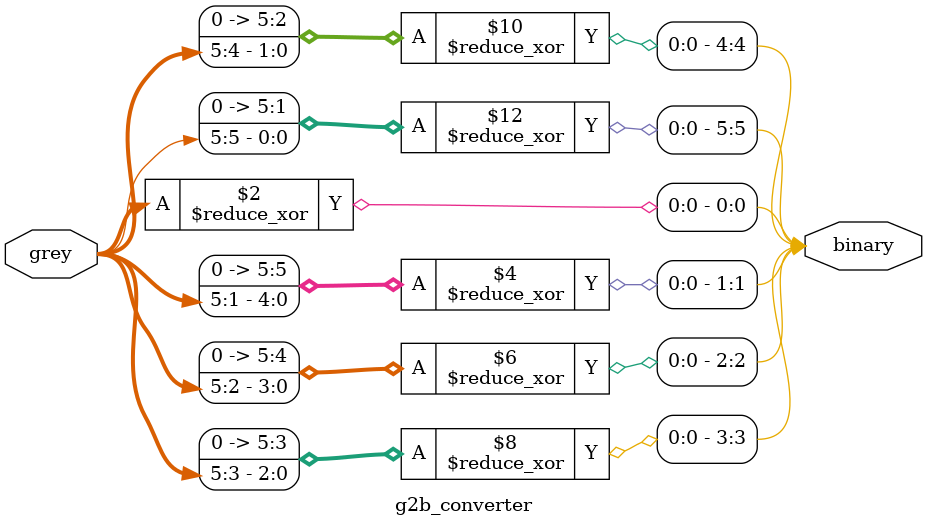
<source format=sv>
/*////////////////////////////////////////////////////////////////////////////////////////////////////////////////
* File Name : g2b_converter.sv

* Purpose :

* Creation Date : 10-02-2023

* Last Modified : Fri 10 Feb 2023 03:15:46 AM IST

* Created By :  

////////////////////////////////////////////////////////////////////////////////////////////////////////////////*/

module g2b_converter#(parameter WIDTH = 6)                  // gray to binary code converter
                    (output logic [WIDTH-1:0] binary,
                     input logic [WIDTH-1:0] grey);

    genvar i;
    generate
        for(i=0;i<WIDTH;i++) begin : grey_to_binary
           assign binary[i] = ^(grey >> i);
            end
    endgenerate


endmodule

</source>
